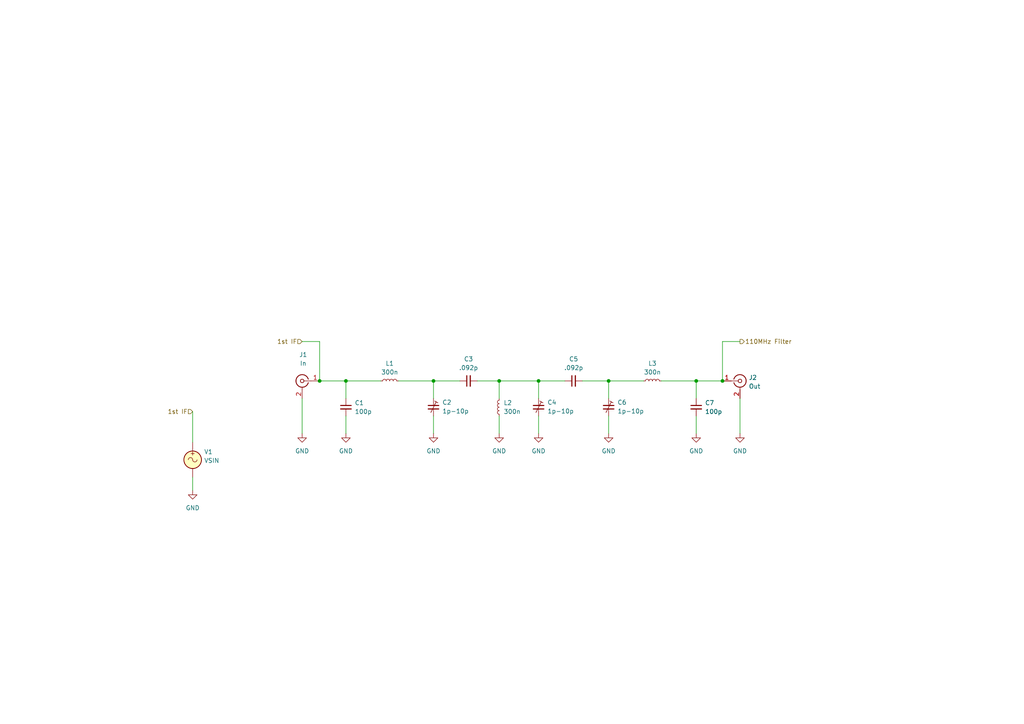
<source format=kicad_sch>
(kicad_sch (version 20230121) (generator eeschema)
  (paper "A4")
  (lib_symbols
    (symbol "Connector:Conn_Coaxial" (pin_names (offset 1.016) hide)
      (property "Reference" "J" (at 0.254 3.048 0))
      (property "Value" "Conn_Coaxial" (at 2.921 0 90))
      (symbol "Conn_Coaxial_0_1"
        (arc (start -1.778 -0.508) (mid 0.222 -1.808) (end 1.778 0) (stroke (width 0.254)))
        (polyline (pts (xy -2.54 0) (xy -0.508 0)))
        (polyline (pts (xy 0 -2.54) (xy 0 -1.778)))
        (circle (center 0 0) (radius 0.508) (stroke (width 0.2032)))
        (arc (start 1.778 0) (mid 0.222 1.8083) (end -1.778 0.508) (stroke (width 0.254)))
      )
      (symbol "Conn_Coaxial_1_1"
        (pin passive line (at -5.08 0 0) (length 2.54) (name "In") (number "1"))
        (pin passive line (at 0 -5.08 90) (length 2.54) (name "Ext") (number "2"))
      )
    )
    (symbol "Device:C_Small" (pin_numbers hide) (pin_names (offset 0.254) hide)
      (property "Reference" "C" (at 0.254 1.778 0))
      (property "Value" "C_Small" (at 0.254 -2.032 0))
      (symbol "C_Small_0_1"
        (polyline (pts (xy -1.524 -0.508) (xy 1.524 -0.508)) (stroke (width 0.3302)))
        (polyline (pts (xy -1.524 0.508) (xy 1.524 0.508)) (stroke (width 0.3048)))
      )
      (symbol "C_Small_1_1"
        (pin passive line (at 0 2.54 270) (length 2.032) (name "~") (number "1"))
        (pin passive line (at 0 -2.54 90) (length 2.032) (name "~") (number "2"))
      )
    )
    (symbol "Device:C_Trim_Small" (pin_numbers hide) (pin_names (offset 0.254) hide)
      (property "Reference" "C" (at 1.524 -2.032 0))
      (property "Value" "C_Trim_Small" (at 3.048 -3.556 0))
      (symbol "C_Trim_Small_0_1"
        (polyline (pts (xy -1.524 -0.508) (xy 1.524 -0.508)) (stroke (width 0.3048)))
        (polyline (pts (xy -1.524 0.508) (xy 1.524 0.508)) (stroke (width 0.3048)))
        (polyline (pts (xy 0.762 1.524) (xy -0.762 -1.524)) (stroke (width 0.1778)))
        (polyline (pts (xy 1.27 1.27) (xy 0.381 1.778)) (stroke (width 0.1778)))
      )
      (symbol "C_Trim_Small_1_1"
        (pin passive line (at 0 2.54 270) (length 2.032) (name "~") (number "1"))
        (pin passive line (at 0 -2.54 90) (length 2.032) (name "~") (number "2"))
      )
    )
    (symbol "Device:L_Small" (pin_numbers hide) (pin_names (offset 0.254) hide)
      (property "Reference" "L" (at 0.762 1.016 0))
      (property "Value" "L_Small" (at 0.762 -1.016 0))
      (symbol "L_Small_0_1"
        (arc (start 0 -2.032) (mid 0.5058 -1.524) (end 0 -1.016))
        (arc (start 0 -1.016) (mid 0.5058 -0.508) (end 0 0))
        (arc (start 0 0) (mid 0.5058 0.508) (end 0 1.016))
        (arc (start 0 1.016) (mid 0.5058 1.524) (end 0 2.032))
      )
      (symbol "L_Small_1_1"
        (pin passive line (at 0 2.54 270) (length 0.508) (name "~") (number "1"))
        (pin passive line (at 0 -2.54 90) (length 0.508) (name "~") (number "2"))
      )
    )
    (symbol "Simulation_SPICE:VSIN" (pin_numbers hide) (pin_names (offset 0.0254))
      (property "Reference" "V" (at 2.54 2.54 0))
      (property "Value" "VSIN" (at 2.54 0 0))
      (property "Spice_Model" "sin(0 1 1k)" (at 2.54 -2.54 0))
      (symbol "VSIN_0_0"
        (arc (start 0 0) (mid -0.635 0.6323) (end -1.27 0))
        (arc (start 0 0) (mid 0.635 -0.6323) (end 1.27 0))
        (text "+" (at 0 1.905 0) (effects (font (size 1.27 1.27))))
      )
      (symbol "VSIN_0_1"
        (circle (center 0 0) (radius 2.54) (stroke (width 0.254)) (fill (type background)))
      )
      (symbol "VSIN_1_1"
        (pin passive line (at 0 5.08 270) (length 2.54) (name "~") (number "1"))
        (pin passive line (at 0 -5.08 90) (length 2.54) (name "~") (number "2"))
      )
    )
    (symbol "power:GND" (power) (pin_names (offset 0))
      (property "Value" "GND" (at 0 -3.81 0))
      (symbol "GND_0_1"
        (polyline (pts (xy 0 0) (xy 0 -1.27) (xy 1.27 -1.27) (xy 0 -2.54) (xy -1.27 -1.27) (xy 0 -1.27)))
      )
      (symbol "GND_1_1"
        (pin power_in line (at 0 0 270) (length 0) hide (name "GND") (number "1"))
      )
    )
  )
  (junction (at 92.71 110.49))
  (junction (at 100.33 110.49))
  (junction (at 156.21 110.49))
  (junction (at 176.53 110.49))
  (junction (at 144.78 110.49))
  (junction (at 125.73 110.49))
  (junction (at 209.55 110.49))
  (junction (at 201.93 110.49))
  (wire (pts (xy 55.88 119.38) (xy 55.88 128.27)))
  (wire (pts (xy 87.63 99.06) (xy 92.71 99.06)))
  (wire (pts (xy 176.53 115.57) (xy 176.53 110.49)))
  (wire (pts (xy 214.63 115.57) (xy 214.63 125.73)))
  (wire (pts (xy 125.73 110.49) (xy 133.35 110.49)))
  (wire (pts (xy 156.21 110.49) (xy 163.83 110.49)))
  (wire (pts (xy 125.73 115.57) (xy 125.73 110.49)))
  (wire (pts (xy 115.57 110.49) (xy 125.73 110.49)))
  (wire (pts (xy 168.91 110.49) (xy 176.53 110.49)))
  (wire (pts (xy 191.77 110.49) (xy 201.93 110.49)))
  (wire (pts (xy 214.63 99.06) (xy 209.55 99.06)))
  (wire (pts (xy 92.71 110.49) (xy 100.33 110.49)))
  (wire (pts (xy 55.88 138.43) (xy 55.88 142.24)))
  (wire (pts (xy 100.33 120.65) (xy 100.33 125.73)))
  (wire (pts (xy 156.21 115.57) (xy 156.21 110.49)))
  (wire (pts (xy 201.93 110.49) (xy 201.93 115.57)))
  (wire (pts (xy 156.21 120.65) (xy 156.21 125.73)))
  (wire (pts (xy 125.73 120.65) (xy 125.73 125.73)))
  (wire (pts (xy 209.55 110.49) (xy 201.93 110.49)))
  (wire (pts (xy 87.63 125.73) (xy 87.63 115.57)))
  (wire (pts (xy 138.43 110.49) (xy 144.78 110.49)))
  (wire (pts (xy 201.93 120.65) (xy 201.93 125.73)))
  (wire (pts (xy 144.78 115.57) (xy 144.78 110.49)))
  (wire (pts (xy 176.53 120.65) (xy 176.53 125.73)))
  (wire (pts (xy 100.33 110.49) (xy 100.33 115.57)))
  (wire (pts (xy 92.71 99.06) (xy 92.71 110.49)))
  (wire (pts (xy 144.78 110.49) (xy 156.21 110.49)))
  (wire (pts (xy 209.55 99.06) (xy 209.55 110.49)))
  (wire (pts (xy 176.53 110.49) (xy 186.69 110.49)))
  (wire (pts (xy 110.49 110.49) (xy 100.33 110.49)))
  (wire (pts (xy 144.78 120.65) (xy 144.78 125.73)))
  (hierarchical_label "1st IF" (shape input) (at 55.88 119.38 180))
  (hierarchical_label "110MHz Filter" (shape output) (at 214.63 99.06 0))
  (hierarchical_label "1st IF" (shape input) (at 87.63 99.06 180))
  (symbol (lib_id "Device:C_Trim_Small") (at 156.21 118.11 0) (unit 1)
    (property "Reference" "C4" (at 158.75 116.7129 0) (effects (justify left)))
    (property "Value" "1p-10p" (at 158.75 119.2529 0) (effects (justify left)))
  )
  (symbol (lib_id "Device:L_Small") (at 113.03 110.49 90) (unit 1)
    (property "Reference" "L1" (at 113.03 105.41 90))
    (property "Value" "300n" (at 113.03 107.95 90))
  )
  (symbol (lib_id "power:GND") (at 100.33 125.73 0) (unit 1)
    (property "Reference" "#PWR02" (effects hide))
    (property "Value" "GND" (at 100.33 130.81 0))
  )
  (symbol (lib_id "Device:C_Trim_Small") (at 176.53 118.11 0) (unit 1)
    (property "Reference" "C6" (at 179.07 116.7129 0) (effects (justify left)))
    (property "Value" "1p-10p" (at 179.07 119.2529 0) (effects (justify left)))
  )
  (symbol (lib_id "Device:C_Small") (at 166.37 110.49 90) (unit 1)
    (property "Reference" "C5" (at 166.3763 104.14 90))
    (property "Value" ".092p" (at 166.3763 106.68 90))
  )
  (symbol (lib_id "Simulation_SPICE:VSIN") (at 55.88 133.35 0) (unit 1)
    (property "Reference" "V1" (at 59.182 131.0571 0) (effects (justify left)))
    (property "Value" "VSIN" (at 59.182 133.594 0) (effects (justify left)))
    (property "Sim.Device" "SPICE" (effects hide))
    (property "Sim.Params" "type=\"V\" model=\"ac 1\" lib=\"\"" (effects hide))
    (property "Sim.Pins" "1=1 2=2" (effects hide))
  )
  (symbol (lib_id "Device:C_Trim_Small") (at 125.73 118.11 0) (unit 1)
    (property "Reference" "C2" (at 128.27 116.7129 0) (effects (justify left)))
    (property "Value" "1p-10p" (at 128.27 119.2529 0) (effects (justify left)))
  )
  (symbol (lib_id "Device:L_Small") (at 144.78 118.11 180) (unit 1)
    (property "Reference" "L2" (at 146.05 116.8399 0) (effects (justify right)))
    (property "Value" "300n" (at 146.05 119.3799 0) (effects (justify right)))
  )
  (symbol (lib_id "Device:L_Small") (at 189.23 110.49 90) (unit 1)
    (property "Reference" "L3" (at 189.23 105.41 90))
    (property "Value" "300n" (at 189.23 107.95 90))
  )
  (symbol (lib_id "power:GND") (at 144.78 125.73 0) (unit 1)
    (property "Reference" "#PWR04" (effects hide))
    (property "Value" "GND" (at 144.78 130.81 0))
  )
  (symbol (lib_id "Connector:Conn_Coaxial") (at 87.63 110.49 0) (mirror y) (unit 1)
    (property "Reference" "J1" (at 87.9474 102.87 0))
    (property "Value" "In" (at 87.9474 105.41 0))
    (property "Datasheet" " ~" (effects hide))
    (property "Sim.Enable" "0" (effects hide))
    (property "Sim.Device" "SPICE" (effects hide))
    (property "Sim.Params" "type=\"J\" model=\"In\" lib=\"\"" (effects hide))
    (property "Sim.Pins" "1=1 2=2" (effects hide))
  )
  (symbol (lib_id "Connector:Conn_Coaxial") (at 214.63 110.49 0) (unit 1)
    (property "Reference" "J2" (at 217.17 109.5131 0) (effects (justify left)))
    (property "Value" "Out" (at 217.17 112.0531 0) (effects (justify left)))
    (property "Datasheet" " ~" (effects hide))
    (property "Sim.Enable" "0" (effects hide))
    (property "Sim.Device" "SPICE" (effects hide))
    (property "Sim.Params" "type=\"J\" model=\"Out\" lib=\"\"" (effects hide))
    (property "Sim.Pins" "1=1 2=2" (effects hide))
  )
  (symbol (lib_id "power:GND") (at 214.63 125.73 0) (unit 1)
    (property "Reference" "#PWR08" (effects hide))
    (property "Value" "GND" (at 214.63 130.81 0))
  )
  (symbol (lib_id "power:GND") (at 55.88 142.24 0) (unit 1)
    (property "Reference" "#PWR09" (effects hide))
    (property "Value" "GND" (at 55.88 147.32 0))
  )
  (symbol (lib_id "power:GND") (at 176.53 125.73 0) (unit 1)
    (property "Reference" "#PWR06" (effects hide))
    (property "Value" "GND" (at 176.53 130.81 0))
  )
  (symbol (lib_id "Device:C_Small") (at 201.93 118.11 0) (unit 1)
    (property "Reference" "C7" (at 204.47 116.8462 0) (effects (justify left)))
    (property "Value" "100p" (at 204.47 119.3862 0) (effects (justify left)))
  )
  (symbol (lib_id "power:GND") (at 201.93 125.73 0) (unit 1)
    (property "Reference" "#PWR07" (effects hide))
    (property "Value" "GND" (at 201.93 130.81 0))
  )
  (symbol (lib_id "Device:C_Small") (at 135.89 110.49 90) (unit 1)
    (property "Reference" "C3" (at 135.8963 104.14 90))
    (property "Value" ".092p" (at 135.8963 106.68 90))
  )
  (symbol (lib_id "power:GND") (at 87.63 125.73 0) (unit 1)
    (property "Reference" "#PWR01" (effects hide))
    (property "Value" "GND" (at 87.63 130.81 0))
  )
  (symbol (lib_id "power:GND") (at 125.73 125.73 0) (unit 1)
    (property "Reference" "#PWR03" (effects hide))
    (property "Value" "GND" (at 125.73 130.81 0))
  )
  (symbol (lib_id "power:GND") (at 156.21 125.73 0) (unit 1)
    (property "Reference" "#PWR05" (effects hide))
    (property "Value" "GND" (at 156.21 130.81 0))
  )
  (symbol (lib_id "Device:C_Small") (at 100.33 118.11 0) (unit 1)
    (property "Reference" "C1" (at 102.87 116.8462 0) (effects (justify left)))
    (property "Value" "100p" (at 102.87 119.3862 0) (effects (justify left)))
  )
)
</source>
